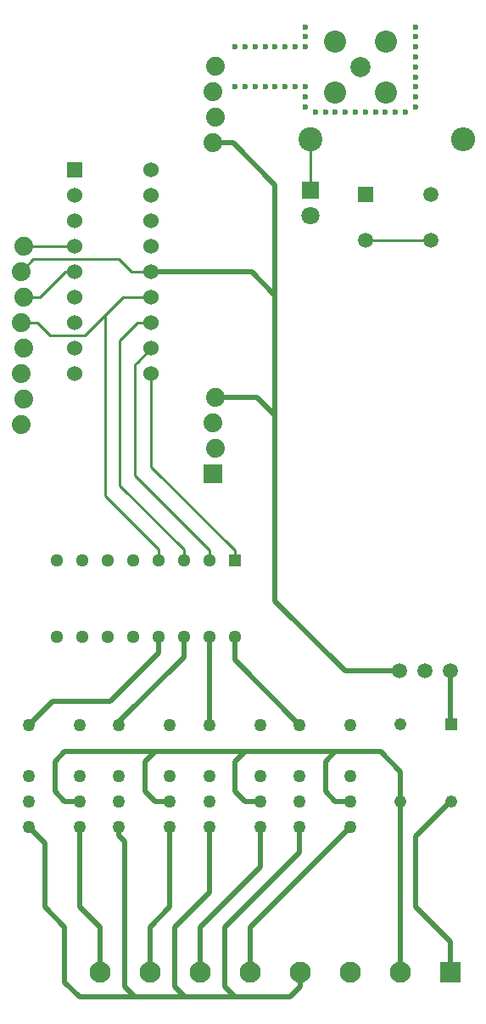
<source format=gtl>
G04 #@! TF.GenerationSoftware,KiCad,Pcbnew,(5.1.7)-1*
G04 #@! TF.CreationDate,2021-01-27T13:10:38-08:00*
G04 #@! TF.ProjectId,rx,72782e6b-6963-4616-945f-706362585858,rev?*
G04 #@! TF.SameCoordinates,Original*
G04 #@! TF.FileFunction,Copper,L1,Top*
G04 #@! TF.FilePolarity,Positive*
%FSLAX46Y46*%
G04 Gerber Fmt 4.6, Leading zero omitted, Abs format (unit mm)*
G04 Created by KiCad (PCBNEW (5.1.7)-1) date 2021-01-27 13:10:38*
%MOMM*%
%LPD*%
G01*
G04 APERTURE LIST*
G04 #@! TA.AperFunction,ComponentPad*
%ADD10C,1.524000*%
G04 #@! TD*
G04 #@! TA.AperFunction,ComponentPad*
%ADD11R,1.524000X1.524000*%
G04 #@! TD*
G04 #@! TA.AperFunction,ComponentPad*
%ADD12R,1.295400X1.295400*%
G04 #@! TD*
G04 #@! TA.AperFunction,ComponentPad*
%ADD13C,1.295400*%
G04 #@! TD*
G04 #@! TA.AperFunction,ComponentPad*
%ADD14C,1.498600*%
G04 #@! TD*
G04 #@! TA.AperFunction,ComponentPad*
%ADD15R,1.498600X1.498600*%
G04 #@! TD*
G04 #@! TA.AperFunction,ComponentPad*
%ADD16C,2.400000*%
G04 #@! TD*
G04 #@! TA.AperFunction,ComponentPad*
%ADD17O,2.400000X2.400000*%
G04 #@! TD*
G04 #@! TA.AperFunction,ComponentPad*
%ADD18C,1.879600*%
G04 #@! TD*
G04 #@! TA.AperFunction,ComponentPad*
%ADD19R,1.879600X1.879600*%
G04 #@! TD*
G04 #@! TA.AperFunction,ComponentPad*
%ADD20C,1.270000*%
G04 #@! TD*
G04 #@! TA.AperFunction,ComponentPad*
%ADD21C,2.209800*%
G04 #@! TD*
G04 #@! TA.AperFunction,ComponentPad*
%ADD22C,2.006600*%
G04 #@! TD*
G04 #@! TA.AperFunction,ComponentPad*
%ADD23C,2.100000*%
G04 #@! TD*
G04 #@! TA.AperFunction,ComponentPad*
%ADD24R,2.100000X2.100000*%
G04 #@! TD*
G04 #@! TA.AperFunction,ComponentPad*
%ADD25C,1.210000*%
G04 #@! TD*
G04 #@! TA.AperFunction,ComponentPad*
%ADD26R,1.210000X1.210000*%
G04 #@! TD*
G04 #@! TA.AperFunction,ComponentPad*
%ADD27R,1.800000X1.800000*%
G04 #@! TD*
G04 #@! TA.AperFunction,ComponentPad*
%ADD28C,1.800000*%
G04 #@! TD*
G04 #@! TA.AperFunction,ViaPad*
%ADD29C,0.600000*%
G04 #@! TD*
G04 #@! TA.AperFunction,Conductor*
%ADD30C,0.250000*%
G04 #@! TD*
G04 #@! TA.AperFunction,Conductor*
%ADD31C,0.500000*%
G04 #@! TD*
G04 APERTURE END LIST*
D10*
X129120000Y-64000000D03*
X129120000Y-66540000D03*
X129120000Y-69080000D03*
X129120000Y-71620000D03*
X129120000Y-74160000D03*
X129120000Y-76700000D03*
X129120000Y-79240000D03*
X129120000Y-81780000D03*
X129120000Y-84320000D03*
X121500000Y-84320000D03*
X121500000Y-81780000D03*
X121500000Y-79240000D03*
X121500000Y-76700000D03*
X121500000Y-74160000D03*
X121500000Y-71620000D03*
X121500000Y-69080000D03*
X121500000Y-66540000D03*
D11*
X121500000Y-64000000D03*
D12*
X137440000Y-102980000D03*
D13*
X134900000Y-102980000D03*
X132360000Y-102980000D03*
X129820000Y-102980000D03*
X127280000Y-102980000D03*
X124740000Y-102980000D03*
X122200000Y-102980000D03*
X119660000Y-102980000D03*
X119660000Y-110600000D03*
X122200000Y-110600000D03*
X124740000Y-110600000D03*
X127280000Y-110600000D03*
X129820000Y-110600000D03*
X132360000Y-110600000D03*
X134900000Y-110600000D03*
X137440000Y-110600000D03*
D14*
X157000001Y-66499999D03*
X157000001Y-71000000D03*
X150499999Y-71000000D03*
D15*
X150499999Y-66499999D03*
D16*
X145000000Y-61000000D03*
D17*
X160240000Y-61000000D03*
D18*
X135500000Y-86700000D03*
X135246000Y-61300000D03*
X135500000Y-53680000D03*
X135500000Y-91780000D03*
X135246000Y-89240000D03*
D19*
X135246000Y-94320000D03*
D18*
X135500000Y-58760000D03*
X135246000Y-56220000D03*
D20*
X143920000Y-119380000D03*
X143920000Y-124460000D03*
X143920000Y-127000000D03*
X143920000Y-129540000D03*
X149000000Y-129540000D03*
X149000000Y-127000000D03*
X149000000Y-124460000D03*
X149000000Y-119380000D03*
X134920000Y-119380000D03*
X134920000Y-124460000D03*
X134920000Y-127000000D03*
X134920000Y-129540000D03*
X140000000Y-129540000D03*
X140000000Y-127000000D03*
X140000000Y-124460000D03*
X140000000Y-119380000D03*
X125920000Y-119380000D03*
X125920000Y-124460000D03*
X125920000Y-127000000D03*
X125920000Y-129540000D03*
X131000000Y-129540000D03*
X131000000Y-127000000D03*
X131000000Y-124460000D03*
X131000000Y-119380000D03*
X116920000Y-119380000D03*
X116920000Y-124460000D03*
X116920000Y-127000000D03*
X116920000Y-129540000D03*
X122000000Y-129540000D03*
X122000000Y-127000000D03*
X122000000Y-124460000D03*
X122000000Y-119380000D03*
D21*
X152540000Y-51210000D03*
X152540000Y-56290000D03*
X147460000Y-56290000D03*
X147460000Y-51210000D03*
D22*
X150000000Y-53750000D03*
D18*
X116123000Y-89380000D03*
X116377000Y-86840000D03*
X116123000Y-84300000D03*
X116377000Y-81760000D03*
X116123000Y-79220000D03*
X116377000Y-76680000D03*
X116123000Y-74140000D03*
X116377000Y-71600000D03*
D14*
X153920000Y-114000000D03*
X156460000Y-114000000D03*
X159000000Y-114000000D03*
D23*
X124000000Y-144000000D03*
X129000000Y-144000000D03*
X134000000Y-144000000D03*
X139000000Y-144000000D03*
X144000000Y-144000000D03*
X149000000Y-144000000D03*
X154000000Y-144000000D03*
D24*
X159000000Y-144000000D03*
D25*
X159100000Y-127000000D03*
X154000000Y-127000000D03*
X154000000Y-119300000D03*
D26*
X159100000Y-119300000D03*
D27*
X145000000Y-66000000D03*
D28*
X145000000Y-68540000D03*
D29*
X144500000Y-49750000D03*
X144500000Y-50750000D03*
X144500000Y-51750000D03*
X144500000Y-55750000D03*
X144500000Y-56750000D03*
X144500000Y-57750000D03*
X145500000Y-58250000D03*
X146500000Y-58250000D03*
X147500000Y-58250000D03*
X148500000Y-58250000D03*
X149500000Y-58250000D03*
X150500000Y-58250000D03*
X151500000Y-58250000D03*
X152500000Y-58250000D03*
X153500000Y-58250000D03*
X154500000Y-58250000D03*
X155500000Y-49750000D03*
X155500000Y-50750000D03*
X155500000Y-51750000D03*
X155500000Y-52750000D03*
X155500000Y-53750000D03*
X155500000Y-54750000D03*
X155500000Y-55750000D03*
X155500000Y-56750000D03*
X155500000Y-57750000D03*
X143500000Y-55750000D03*
X142500000Y-55750000D03*
X141500000Y-55750000D03*
X140500000Y-55750000D03*
X143500000Y-51750000D03*
X142500000Y-51750000D03*
X141500000Y-51750000D03*
X140500000Y-51750000D03*
X139500000Y-51750000D03*
X138500000Y-51750000D03*
X137500000Y-51750000D03*
X139500000Y-55750000D03*
X138500000Y-55750000D03*
X137500000Y-55750000D03*
D30*
X145000000Y-66000000D02*
X145000000Y-61000000D01*
D31*
X159000000Y-144000000D02*
X159000000Y-141000000D01*
X159000000Y-141000000D02*
X155500000Y-137500000D01*
X155500000Y-130500000D02*
X159000000Y-127000000D01*
X155500000Y-137500000D02*
X155500000Y-130500000D01*
X119500000Y-123500000D02*
X119500000Y-126000000D01*
X120500000Y-127000000D02*
X122000000Y-127000000D01*
X119500000Y-126000000D02*
X120500000Y-127000000D01*
X131000000Y-127000000D02*
X129500000Y-127000000D01*
X129500000Y-127000000D02*
X128500000Y-126000000D01*
X128500000Y-122000000D02*
X121000000Y-122000000D01*
X140000000Y-127000000D02*
X138500000Y-127000000D01*
X138500000Y-127000000D02*
X137500000Y-126000000D01*
X149000000Y-127000000D02*
X147500000Y-127000000D01*
X147500000Y-127000000D02*
X146500000Y-126000000D01*
X146500000Y-126000000D02*
X146500000Y-125465198D01*
D30*
X154000000Y-127100000D02*
X153900000Y-127000000D01*
D31*
X154000000Y-127000000D02*
X154000000Y-144000000D01*
X154000000Y-127000000D02*
X154000000Y-124000000D01*
X154000000Y-124000000D02*
X152000000Y-122000000D01*
X130500000Y-122000000D02*
X130000000Y-122000000D01*
X137500000Y-122000000D02*
X130500000Y-122000000D01*
X128500000Y-126000000D02*
X128500000Y-124000000D01*
X139500000Y-122000000D02*
X139000000Y-122000000D01*
X146500000Y-122000000D02*
X139500000Y-122000000D01*
X137500000Y-126000000D02*
X137500000Y-124000000D01*
X148500000Y-122000000D02*
X148000000Y-122000000D01*
X152000000Y-122000000D02*
X148500000Y-122000000D01*
X146500000Y-125465198D02*
X146500000Y-124000000D01*
X119500000Y-123500000D02*
X119500000Y-123000000D01*
X120500000Y-122000000D02*
X121000000Y-122000000D01*
X119500000Y-123000000D02*
X120500000Y-122000000D01*
X128500000Y-124000000D02*
X128500000Y-123000000D01*
X128500000Y-123000000D02*
X129500000Y-122000000D01*
X129500000Y-122000000D02*
X128500000Y-122000000D01*
X130000000Y-122000000D02*
X129500000Y-122000000D01*
X137500000Y-124000000D02*
X137500000Y-123000000D01*
X137500000Y-123000000D02*
X138500000Y-122000000D01*
X138500000Y-122000000D02*
X137500000Y-122000000D01*
X139000000Y-122000000D02*
X138500000Y-122000000D01*
X146500000Y-124000000D02*
X146500000Y-123000000D01*
X146500000Y-123000000D02*
X147500000Y-122000000D01*
X147500000Y-122000000D02*
X146500000Y-122000000D01*
X148000000Y-122000000D02*
X147500000Y-122000000D01*
D30*
X116377000Y-76680000D02*
X118020000Y-76680000D01*
X120540000Y-74160000D02*
X121500000Y-74160000D01*
X118020000Y-76680000D02*
X120540000Y-74160000D01*
X159000000Y-119200000D02*
X159100000Y-119300000D01*
D31*
X159000000Y-114000000D02*
X159000000Y-119200000D01*
X124000000Y-144000000D02*
X124000000Y-139500000D01*
X122000000Y-137500000D02*
X122000000Y-129540000D01*
X124000000Y-139500000D02*
X122000000Y-137500000D01*
X131000000Y-135500000D02*
X131000000Y-129540000D01*
X129000000Y-139500000D02*
X131000000Y-137500000D01*
X129000000Y-144000000D02*
X129000000Y-139500000D01*
X131000000Y-137500000D02*
X131000000Y-135500000D01*
X140000000Y-133500000D02*
X140000000Y-129540000D01*
X134000000Y-139500000D02*
X140000000Y-133500000D01*
X134000000Y-144000000D02*
X134000000Y-139500000D01*
X139040000Y-139500000D02*
X149000000Y-129540000D01*
D30*
X139000000Y-139500000D02*
X139040000Y-139500000D01*
D31*
X139000000Y-144000000D02*
X139000000Y-139500000D01*
X141500000Y-107000000D02*
X141500000Y-90000000D01*
X148500000Y-114000000D02*
X141500000Y-107000000D01*
X153920000Y-114000000D02*
X148500000Y-114000000D01*
X137300000Y-61300000D02*
X135246000Y-61300000D01*
X141500000Y-65500000D02*
X137300000Y-61300000D01*
X141500000Y-76500000D02*
X141500000Y-65500000D01*
X141500000Y-86700000D02*
X141500000Y-76500000D01*
X139700000Y-86700000D02*
X141500000Y-88500000D01*
X135500000Y-86700000D02*
X139700000Y-86700000D01*
X141500000Y-88500000D02*
X141500000Y-86700000D01*
X141500000Y-90000000D02*
X141500000Y-88500000D01*
X139160000Y-74160000D02*
X141500000Y-76500000D01*
X129120000Y-74160000D02*
X139160000Y-74160000D01*
D30*
X127160000Y-74160000D02*
X129120000Y-74160000D01*
X117363000Y-72900000D02*
X117281500Y-72981500D01*
X125900000Y-72900000D02*
X117363000Y-72900000D01*
X116123000Y-74140000D02*
X117281500Y-72981500D01*
X125900000Y-72900000D02*
X127160000Y-74160000D01*
X129120000Y-79240000D02*
X127760000Y-79240000D01*
X126000000Y-81000000D02*
X126000000Y-89000000D01*
X127760000Y-79240000D02*
X126000000Y-81000000D01*
X132360000Y-102980000D02*
X132360000Y-101860000D01*
X132360000Y-101860000D02*
X126000000Y-95500000D01*
X126000000Y-89000000D02*
X126000000Y-95500000D01*
X129120000Y-76700000D02*
X126300000Y-76700000D01*
X126300000Y-76700000D02*
X124500000Y-78500000D01*
X124500000Y-90500000D02*
X124500000Y-96000000D01*
X124500000Y-87500000D02*
X124500000Y-90500000D01*
X124500000Y-78500000D02*
X124500000Y-80500000D01*
X124500000Y-80500000D02*
X124500000Y-87500000D01*
X117720000Y-79220000D02*
X116123000Y-79220000D01*
X119000000Y-80500000D02*
X117720000Y-79220000D01*
X122500000Y-80500000D02*
X119000000Y-80500000D01*
X124500000Y-78500000D02*
X122500000Y-80500000D01*
X129820000Y-101820000D02*
X124500000Y-96500000D01*
X129820000Y-102980000D02*
X129820000Y-101820000D01*
X124500000Y-96000000D02*
X124500000Y-96500000D01*
X116397000Y-71620000D02*
X116377000Y-71600000D01*
X121500000Y-71620000D02*
X116397000Y-71620000D01*
X135570000Y-53750000D02*
X135500000Y-53680000D01*
D31*
X129820000Y-110600000D02*
X129820000Y-112180000D01*
X129820000Y-112180000D02*
X125000000Y-117000000D01*
X119300000Y-117000000D02*
X116920000Y-119380000D01*
X125000000Y-117000000D02*
X119300000Y-117000000D01*
X132360000Y-110600000D02*
X132360000Y-112640000D01*
D30*
X125920000Y-119080000D02*
X125920000Y-119380000D01*
D31*
X132360000Y-112640000D02*
X125920000Y-119080000D01*
D30*
X134900000Y-119360000D02*
X134920000Y-119380000D01*
D31*
X134900000Y-110600000D02*
X134900000Y-119360000D01*
D30*
X143920000Y-118920000D02*
X143920000Y-119380000D01*
D31*
X137440000Y-112900000D02*
X143920000Y-119380000D01*
X137440000Y-110600000D02*
X137440000Y-112900000D01*
D30*
X150499999Y-71000000D02*
X157000001Y-71000000D01*
X137040000Y-103300000D02*
X137040000Y-103380000D01*
X137440000Y-101940000D02*
X129120000Y-93620000D01*
X137440000Y-102980000D02*
X137440000Y-101940000D01*
X129120000Y-84320000D02*
X129120000Y-93620000D01*
X127500000Y-83400000D02*
X127700000Y-83200000D01*
X129120000Y-81780000D02*
X127700000Y-83200000D01*
X134900000Y-101900000D02*
X127500000Y-94500000D01*
X134900000Y-102980000D02*
X134900000Y-101900000D01*
X127500000Y-94500000D02*
X127500000Y-83400000D01*
D31*
X143920000Y-132080000D02*
X143920000Y-129540000D01*
X136500000Y-145500000D02*
X136500000Y-139500000D01*
X136500000Y-139500000D02*
X143920000Y-132080000D01*
X137500000Y-146500000D02*
X136500000Y-145500000D01*
X144000000Y-145500000D02*
X143000000Y-146500000D01*
X143000000Y-146500000D02*
X137500000Y-146500000D01*
X144000000Y-144000000D02*
X144000000Y-145500000D01*
X132500000Y-146500000D02*
X137500000Y-146500000D01*
X131500000Y-145500000D02*
X132500000Y-146500000D01*
X131500000Y-139500000D02*
X131500000Y-145500000D01*
X134920000Y-136080000D02*
X131500000Y-139500000D01*
X134920000Y-129540000D02*
X134920000Y-136080000D01*
X125920000Y-129540000D02*
X125920000Y-130420000D01*
X132500000Y-146500000D02*
X127500000Y-146500000D01*
X127500000Y-146500000D02*
X126500000Y-145500000D01*
X126500000Y-131000000D02*
X125920000Y-130420000D01*
X126500000Y-145500000D02*
X126500000Y-131000000D01*
X118500000Y-131120000D02*
X116920000Y-129540000D01*
X118500000Y-137500000D02*
X118500000Y-131120000D01*
X120500000Y-139500000D02*
X118500000Y-137500000D01*
X120500000Y-145000000D02*
X120500000Y-139500000D01*
X122000000Y-146500000D02*
X120500000Y-145000000D01*
X127500000Y-146500000D02*
X122000000Y-146500000D01*
M02*

</source>
